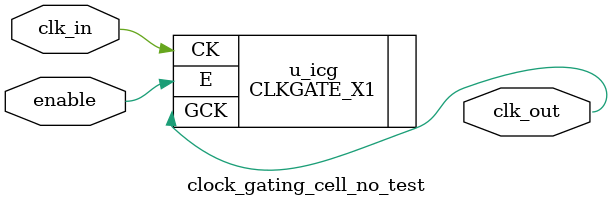
<source format=v>

module clock_gating_cell (
    input  wire clk_in,      // Input clock
    input  wire enable,      // Clock enable (active high)
    input  wire scan_enable, // Scan enable for DFT (bypasses gating)
    output wire clk_out      // Gated clock output
);

`ifdef SYNTHESIS
    //-------------------------------------------------------------------------
    // Synthesis: Instantiate Nangate Library ICG cell
    //-------------------------------------------------------------------------
    CLKGATETST_X1 u_icg (
        .CK  (clk_in),
        .E   (enable),
        .SE  (scan_enable),
        .GCK (clk_out)
    );

`else
    //-------------------------------------------------------------------------
    // Simulation: Behavioral model (latch-based ICG)
    //-------------------------------------------------------------------------
    reg latch_out;

    // Latch enable on negative edge of clock (transparent when clk_in = 0)
    always @(*) begin
        if (!clk_in) begin
            latch_out <= enable | scan_enable;
        end
    end

    // AND gated clock
    assign clk_out = clk_in & latch_out;

`endif

endmodule


//-----------------------------------------------------------------------------
// Module: clock_gating_cell_no_test
// Description: ICG cell without scan enable (basic version)
//              Uses Nangate CLKGATE_X1 for synthesis
//-----------------------------------------------------------------------------

module clock_gating_cell_no_test (
    input  wire clk_in,   // Input clock
    input  wire enable,   // Clock enable (active high)
    output wire clk_out   // Gated clock output
);

`ifdef SYNTHESIS
    //-------------------------------------------------------------------------
    // Synthesis: Instantiate Nangate Library ICG cell (no test)
    //-------------------------------------------------------------------------
    CLKGATE_X1 u_icg (
        .CK  (clk_in),
        .E   (enable),
        .GCK (clk_out)
    );

`else
    //-------------------------------------------------------------------------
    // Simulation: Behavioral model
    //-------------------------------------------------------------------------
    reg latch_out;

    always @(*) begin
        if (!clk_in) begin
            latch_out <= enable;
        end
    end

    assign clk_out = clk_in & latch_out;

`endif

endmodule

</source>
